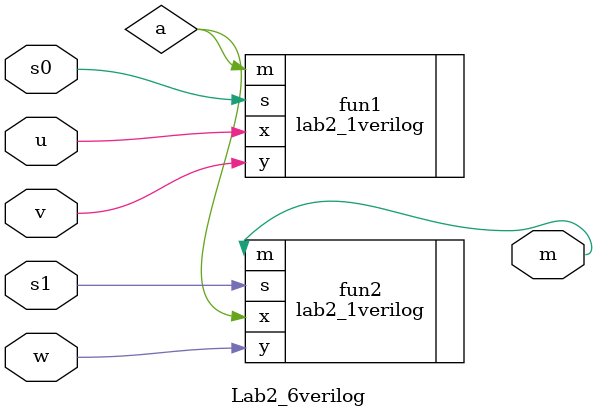
<source format=v>
`timescale 1ns / 1ps


module Lab2_6verilog(
    input u,
    input v,
    input w,
    input s0,
    input s1,
    output m
    );
    wire a;
    lab2_1verilog fun1(.x(u), .y(v), .s(s0), .m(a));
    
    lab2_1verilog fun2(.x(a), .y(w), .s(s1), .m(m));
    
endmodule

</source>
